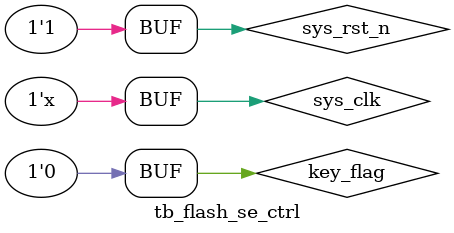
<source format=v>
`timescale  1ns/1ns

module  tb_flash_se_ctrl();

reg     sys_clk;
reg     sys_rst_n;
reg     key_flag;

wire    sck;
wire    cs_n;
wire    mosi;

initial
    begin
        sys_clk = 1'b1;
        sys_rst_n <= 1'b0;
        key_flag <= 1'b0;
        #30
        sys_rst_n <= 1'b1;
        #1000
        key_flag <= 1'b1;
        #20
        key_flag <= 1'b0;
    end

always #10 sys_clk = ~ sys_clk;

flash_se_ctrl   flash_se_ctrl_inst
(
    .sys_clk     (sys_clk  ),
    .sys_rst_n   (sys_rst_n),
    .key_flag    (key_flag ),
                  
    .sck         (sck      ),
    .cs_n        (cs_n     ),
    .mosi        (mosi     )
);

defparam memory.mem_access.initfile = "initmemory.txt";

m25p16 memory 
(
    .c          (sck    ), 
    .data_in    (mosi   ), 
    .s          (cs_n   ), 
    .w          (1'b1   ), 
    .hold       (1'b1   ), 
    .data_out   (       )
);


endmodule
</source>
